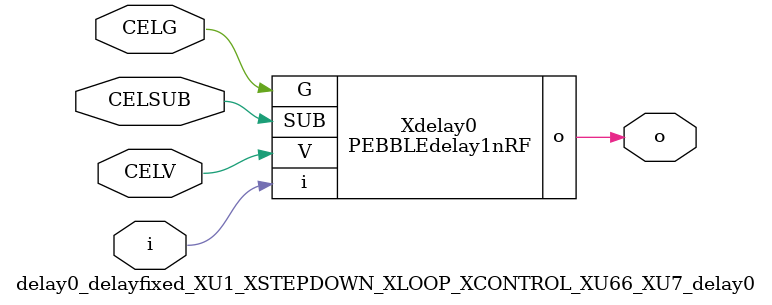
<source format=v>



module PEBBLEdelay1nRF ( o, V, G, i, SUB );

  input V;
  input i;
  input G;
  output o;
  input SUB;
endmodule

//Celera Confidential Do Not Copy delay0_delayfixed_XU1_XSTEPDOWN_XLOOP_XCONTROL_XU66_XU7_delay0
//TYPE: fixed 1ns
module delay0_delayfixed_XU1_XSTEPDOWN_XLOOP_XCONTROL_XU66_XU7_delay0 (i, CELV, o,
CELG,CELSUB);
input CELV;
input i;
output o;
input CELSUB;
input CELG;

//Celera Confidential Do Not Copy delayfast0
PEBBLEdelay1nRF Xdelay0(
.V (CELV),
.i (i),
.o (o),
.G (CELG),
.SUB (CELSUB)
);
//,diesize,PEBBLEdelay1nRF

//Celera Confidential Do Not Copy Module End
//Celera Schematic Generator
endmodule

</source>
